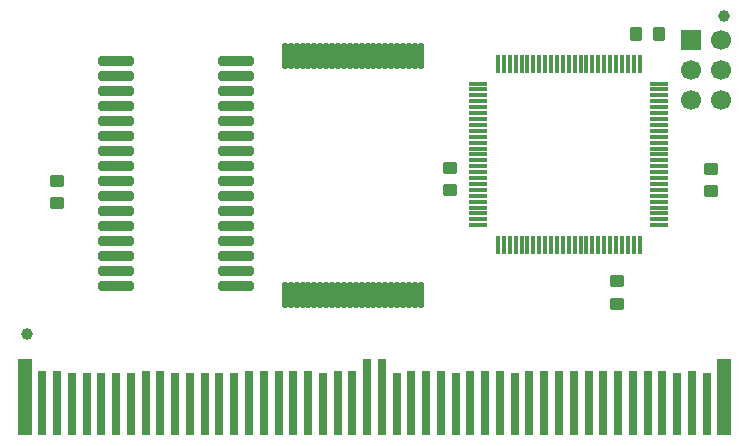
<source format=gbr>
%TF.GenerationSoftware,KiCad,Pcbnew,9.0.1*%
%TF.CreationDate,2025-04-21T15:30:43-04:00*%
%TF.ProjectId,AliWSV3,416c6957-5356-4332-9e6b-696361645f70,rev?*%
%TF.SameCoordinates,Original*%
%TF.FileFunction,Soldermask,Top*%
%TF.FilePolarity,Negative*%
%FSLAX46Y46*%
G04 Gerber Fmt 4.6, Leading zero omitted, Abs format (unit mm)*
G04 Created by KiCad (PCBNEW 9.0.1) date 2025-04-21 15:30:43*
%MOMM*%
%LPD*%
G01*
G04 APERTURE LIST*
G04 Aperture macros list*
%AMRoundRect*
0 Rectangle with rounded corners*
0 $1 Rounding radius*
0 $2 $3 $4 $5 $6 $7 $8 $9 X,Y pos of 4 corners*
0 Add a 4 corners polygon primitive as box body*
4,1,4,$2,$3,$4,$5,$6,$7,$8,$9,$2,$3,0*
0 Add four circle primitives for the rounded corners*
1,1,$1+$1,$2,$3*
1,1,$1+$1,$4,$5*
1,1,$1+$1,$6,$7*
1,1,$1+$1,$8,$9*
0 Add four rect primitives between the rounded corners*
20,1,$1+$1,$2,$3,$4,$5,0*
20,1,$1+$1,$4,$5,$6,$7,0*
20,1,$1+$1,$6,$7,$8,$9,0*
20,1,$1+$1,$8,$9,$2,$3,0*%
G04 Aperture macros list end*
%ADD10RoundRect,0.101600X-0.400000X-0.500000X0.400000X-0.500000X0.400000X0.500000X-0.400000X0.500000X0*%
%ADD11C,1.000000*%
%ADD12RoundRect,0.110000X0.140000X-1.000000X0.140000X1.000000X-0.140000X1.000000X-0.140000X-1.000000X0*%
%ADD13RoundRect,0.075000X0.725000X0.075000X-0.725000X0.075000X-0.725000X-0.075000X0.725000X-0.075000X0*%
%ADD14RoundRect,0.075000X0.075000X0.725000X-0.075000X0.725000X-0.075000X-0.725000X0.075000X-0.725000X0*%
%ADD15RoundRect,0.101600X-0.500000X0.400000X-0.500000X-0.400000X0.500000X-0.400000X0.500000X0.400000X0*%
%ADD16RoundRect,0.101600X0.500000X-0.400000X0.500000X0.400000X-0.500000X0.400000X-0.500000X-0.400000X0*%
%ADD17R,1.700000X1.700000*%
%ADD18C,1.700000*%
%ADD19RoundRect,0.200000X-1.300000X-0.200000X1.300000X-0.200000X1.300000X0.200000X-1.300000X0.200000X0*%
%ADD20R,1.200000X6.450000*%
%ADD21R,0.800000X5.500000*%
%ADD22R,0.800000X5.250000*%
%ADD23R,0.800000X6.450000*%
G04 APERTURE END LIST*
D10*
%TO.C,C3*%
X151800000Y-117000000D03*
X153700000Y-117000000D03*
%TD*%
D11*
%TO.C,Corner2*%
X100203000Y-142367000D03*
%TD*%
D12*
%TO.C,U2*%
X122050000Y-139115000D03*
X122550000Y-139115000D03*
X123050000Y-139115000D03*
X123550000Y-139115000D03*
X124050000Y-139115000D03*
X124550000Y-139115000D03*
X125050000Y-139115000D03*
X125550000Y-139115000D03*
X126050000Y-139115000D03*
X126550000Y-139115000D03*
X127050000Y-139115000D03*
X127550000Y-139115000D03*
X128050000Y-139115000D03*
X128550000Y-139115000D03*
X129050000Y-139115000D03*
X129550000Y-139115000D03*
X130050000Y-139115000D03*
X130550000Y-139115000D03*
X131050000Y-139115000D03*
X131550000Y-139115000D03*
X132050000Y-139115000D03*
X132550000Y-139115000D03*
X133050000Y-139115000D03*
X133550000Y-139115000D03*
X133550000Y-118865000D03*
X133050000Y-118865000D03*
X132550000Y-118865000D03*
X132050000Y-118865000D03*
X131550000Y-118865000D03*
X131050000Y-118865000D03*
X130550000Y-118865000D03*
X130050000Y-118865000D03*
X129550000Y-118865000D03*
X129050000Y-118865000D03*
X128550000Y-118865000D03*
X128050000Y-118865000D03*
X127550000Y-118865000D03*
X127050000Y-118865000D03*
X126550000Y-118865000D03*
X126050000Y-118865000D03*
X125550000Y-118865000D03*
X125050000Y-118865000D03*
X124550000Y-118865000D03*
X124050000Y-118865000D03*
X123550000Y-118865000D03*
X123050000Y-118865000D03*
X122550000Y-118865000D03*
X122050000Y-118865000D03*
%TD*%
D11*
%TO.C,Corner1*%
X159258000Y-115500000D03*
%TD*%
D13*
%TO.C,U1*%
X153765000Y-133190000D03*
X153765000Y-132690000D03*
X153765000Y-132190000D03*
X153765000Y-131690000D03*
X153765000Y-131190000D03*
X153765000Y-130690000D03*
X153765000Y-130190000D03*
X153765000Y-129690000D03*
X153765000Y-129190000D03*
X153765000Y-128690000D03*
X153765000Y-128190000D03*
X153765000Y-127690000D03*
X153765000Y-127190000D03*
X153765000Y-126690000D03*
X153765000Y-126190000D03*
X153765000Y-125690000D03*
X153765000Y-125190000D03*
X153765000Y-124690000D03*
X153765000Y-124190000D03*
X153765000Y-123690000D03*
X153765000Y-123190000D03*
X153765000Y-122690000D03*
X153765000Y-122190000D03*
X153765000Y-121690000D03*
X153765000Y-121190000D03*
D14*
X152090000Y-119515000D03*
X151590000Y-119515000D03*
X151090000Y-119515000D03*
X150590000Y-119515000D03*
X150090000Y-119515000D03*
X149590000Y-119515000D03*
X149090000Y-119515000D03*
X148590000Y-119515000D03*
X148090000Y-119515000D03*
X147590000Y-119515000D03*
X147090000Y-119515000D03*
X146590000Y-119515000D03*
X146090000Y-119515000D03*
X145590000Y-119515000D03*
X145090000Y-119515000D03*
X144590000Y-119515000D03*
X144090000Y-119515000D03*
X143590000Y-119515000D03*
X143090000Y-119515000D03*
X142590000Y-119515000D03*
X142090000Y-119515000D03*
X141590000Y-119515000D03*
X141090000Y-119515000D03*
X140590000Y-119515000D03*
X140090000Y-119515000D03*
D13*
X138415000Y-121190000D03*
X138415000Y-121690000D03*
X138415000Y-122190000D03*
X138415000Y-122690000D03*
X138415000Y-123190000D03*
X138415000Y-123690000D03*
X138415000Y-124190000D03*
X138415000Y-124690000D03*
X138415000Y-125190000D03*
X138415000Y-125690000D03*
X138415000Y-126190000D03*
X138415000Y-126690000D03*
X138415000Y-127190000D03*
X138415000Y-127690000D03*
X138415000Y-128190000D03*
X138415000Y-128690000D03*
X138415000Y-129190000D03*
X138415000Y-129690000D03*
X138415000Y-130190000D03*
X138415000Y-130690000D03*
X138415000Y-131190000D03*
X138415000Y-131690000D03*
X138415000Y-132190000D03*
X138415000Y-132690000D03*
X138415000Y-133190000D03*
D14*
X140090000Y-134865000D03*
X140590000Y-134865000D03*
X141090000Y-134865000D03*
X141590000Y-134865000D03*
X142090000Y-134865000D03*
X142590000Y-134865000D03*
X143090000Y-134865000D03*
X143590000Y-134865000D03*
X144090000Y-134865000D03*
X144590000Y-134865000D03*
X145090000Y-134865000D03*
X145590000Y-134865000D03*
X146090000Y-134865000D03*
X146590000Y-134865000D03*
X147090000Y-134865000D03*
X147590000Y-134865000D03*
X148090000Y-134865000D03*
X148590000Y-134865000D03*
X149090000Y-134865000D03*
X149590000Y-134865000D03*
X150090000Y-134865000D03*
X150590000Y-134865000D03*
X151090000Y-134865000D03*
X151590000Y-134865000D03*
X152090000Y-134865000D03*
%TD*%
D15*
%TO.C,C4*%
X150190000Y-137940000D03*
X150190000Y-139840000D03*
%TD*%
D16*
%TO.C,C2*%
X158130000Y-130300000D03*
X158130000Y-128400000D03*
%TD*%
D17*
%TO.C,CON1*%
X156460000Y-117500000D03*
D18*
X159000000Y-117500000D03*
X156460000Y-120040000D03*
X159000000Y-120040000D03*
X156460000Y-122580000D03*
X159000000Y-122580000D03*
%TD*%
D19*
%TO.C,M1*%
X117900000Y-138370000D03*
X117900000Y-137100000D03*
X117900000Y-135830000D03*
X117900000Y-134560000D03*
X117900000Y-133290000D03*
X117900000Y-132020000D03*
X117900000Y-130750000D03*
X117900000Y-129480000D03*
X117900000Y-128210000D03*
X117900000Y-126940000D03*
X117900000Y-125670000D03*
X117900000Y-124400000D03*
X117900000Y-123130000D03*
X117900000Y-121860000D03*
X117900000Y-120590000D03*
X117900000Y-119320000D03*
X107740000Y-119320000D03*
X107740000Y-120590000D03*
X107740000Y-121860000D03*
X107740000Y-123130000D03*
X107740000Y-124400000D03*
X107740000Y-125670000D03*
X107740000Y-126940000D03*
X107740000Y-128210000D03*
X107740000Y-129480000D03*
X107740000Y-130750000D03*
X107740000Y-132020000D03*
X107740000Y-133290000D03*
X107740000Y-134560000D03*
X107740000Y-135830000D03*
X107740000Y-137100000D03*
X107740000Y-138370000D03*
%TD*%
D16*
%TO.C,C5*%
X136017000Y-130236000D03*
X136017000Y-128336000D03*
%TD*%
D20*
%TO.C,J1*%
X100045000Y-147750000D03*
D21*
X101515000Y-148200000D03*
X102765000Y-148200000D03*
D22*
X104015000Y-148320000D03*
X105265000Y-148320000D03*
X106515000Y-148320000D03*
X107765000Y-148320000D03*
X109015000Y-148320000D03*
D21*
X110265000Y-148200000D03*
X111515000Y-148200000D03*
D22*
X112765000Y-148320000D03*
X114015000Y-148320000D03*
X115265000Y-148320000D03*
X116515000Y-148320000D03*
X117765000Y-148320000D03*
D21*
X119015000Y-148200000D03*
X120265000Y-148200000D03*
X121515000Y-148200000D03*
X122765000Y-148200000D03*
X124015000Y-148200000D03*
D22*
X125285000Y-148330000D03*
D21*
X126515000Y-148200000D03*
X127765000Y-148200000D03*
D23*
X129025000Y-147750000D03*
X130275000Y-147750000D03*
D22*
X131515000Y-148320000D03*
D21*
X132765000Y-148200000D03*
X134015000Y-148200000D03*
X135265000Y-148200000D03*
D22*
X136515000Y-148320000D03*
D21*
X137765000Y-148200000D03*
X139015000Y-148200000D03*
X140265000Y-148200000D03*
D22*
X141515000Y-148320000D03*
D21*
X142765000Y-148200000D03*
X144015000Y-148200000D03*
X145265000Y-148200000D03*
X146515000Y-148200000D03*
X147765000Y-148200000D03*
X149015000Y-148200000D03*
X150265000Y-148200000D03*
X151515000Y-148200000D03*
X152765000Y-148200000D03*
X154015000Y-148200000D03*
D22*
X155265000Y-148320000D03*
D21*
X156515000Y-148200000D03*
D22*
X157765000Y-148320000D03*
D20*
X159245000Y-147750000D03*
%TD*%
D16*
%TO.C,C1*%
X102743000Y-131320000D03*
X102743000Y-129420000D03*
%TD*%
M02*

</source>
